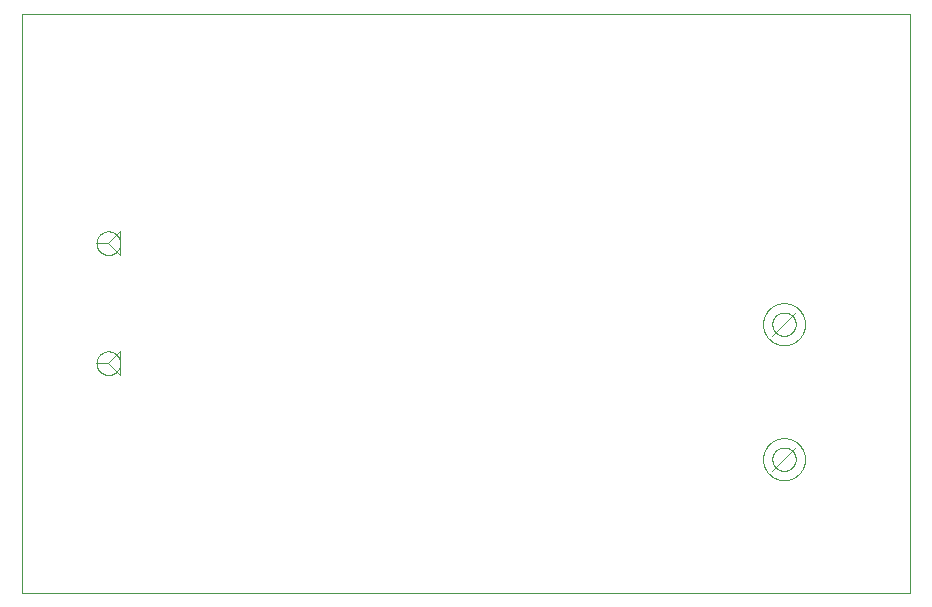
<source format=gbr>
G75*
%MOIN*%
%OFA0B0*%
%FSLAX25Y25*%
%IPPOS*%
%LPD*%
%AMOC8*
5,1,8,0,0,1.08239X$1,22.5*
%
%ADD10C,0.00000*%
%ADD11C,0.00100*%
D10*
X0084766Y0008930D02*
X0084766Y0201844D01*
X0380829Y0201844D01*
X0380829Y0008930D01*
X0084766Y0008930D01*
X0109569Y0085387D02*
X0109571Y0085512D01*
X0109577Y0085637D01*
X0109587Y0085761D01*
X0109601Y0085885D01*
X0109618Y0086009D01*
X0109640Y0086132D01*
X0109666Y0086254D01*
X0109695Y0086376D01*
X0109728Y0086496D01*
X0109766Y0086615D01*
X0109806Y0086734D01*
X0109851Y0086850D01*
X0109899Y0086965D01*
X0109951Y0087079D01*
X0110007Y0087191D01*
X0110066Y0087301D01*
X0110128Y0087409D01*
X0110194Y0087516D01*
X0110263Y0087620D01*
X0110336Y0087721D01*
X0110411Y0087821D01*
X0110490Y0087918D01*
X0110572Y0088012D01*
X0110657Y0088104D01*
X0110744Y0088193D01*
X0110835Y0088279D01*
X0110928Y0088362D01*
X0111024Y0088443D01*
X0111122Y0088520D01*
X0111222Y0088594D01*
X0111325Y0088665D01*
X0111430Y0088732D01*
X0111538Y0088797D01*
X0111647Y0088857D01*
X0111758Y0088915D01*
X0111871Y0088968D01*
X0111985Y0089018D01*
X0112101Y0089065D01*
X0112218Y0089107D01*
X0112337Y0089146D01*
X0112457Y0089182D01*
X0112578Y0089213D01*
X0112700Y0089241D01*
X0112822Y0089264D01*
X0112946Y0089284D01*
X0113070Y0089300D01*
X0113194Y0089312D01*
X0113319Y0089320D01*
X0113444Y0089324D01*
X0113568Y0089324D01*
X0113693Y0089320D01*
X0113818Y0089312D01*
X0113942Y0089300D01*
X0114066Y0089284D01*
X0114190Y0089264D01*
X0114312Y0089241D01*
X0114434Y0089213D01*
X0114555Y0089182D01*
X0114675Y0089146D01*
X0114794Y0089107D01*
X0114911Y0089065D01*
X0115027Y0089018D01*
X0115141Y0088968D01*
X0115254Y0088915D01*
X0115365Y0088857D01*
X0115475Y0088797D01*
X0115582Y0088732D01*
X0115687Y0088665D01*
X0115790Y0088594D01*
X0115890Y0088520D01*
X0115988Y0088443D01*
X0116084Y0088362D01*
X0116177Y0088279D01*
X0116268Y0088193D01*
X0116355Y0088104D01*
X0116440Y0088012D01*
X0116522Y0087918D01*
X0116601Y0087821D01*
X0116676Y0087721D01*
X0116749Y0087620D01*
X0116818Y0087516D01*
X0116884Y0087409D01*
X0116946Y0087301D01*
X0117005Y0087191D01*
X0117061Y0087079D01*
X0117113Y0086965D01*
X0117161Y0086850D01*
X0117206Y0086734D01*
X0117246Y0086615D01*
X0117284Y0086496D01*
X0117317Y0086376D01*
X0117346Y0086254D01*
X0117372Y0086132D01*
X0117394Y0086009D01*
X0117411Y0085885D01*
X0117425Y0085761D01*
X0117435Y0085637D01*
X0117441Y0085512D01*
X0117443Y0085387D01*
X0117441Y0085262D01*
X0117435Y0085137D01*
X0117425Y0085013D01*
X0117411Y0084889D01*
X0117394Y0084765D01*
X0117372Y0084642D01*
X0117346Y0084520D01*
X0117317Y0084398D01*
X0117284Y0084278D01*
X0117246Y0084159D01*
X0117206Y0084040D01*
X0117161Y0083924D01*
X0117113Y0083809D01*
X0117061Y0083695D01*
X0117005Y0083583D01*
X0116946Y0083473D01*
X0116884Y0083365D01*
X0116818Y0083258D01*
X0116749Y0083154D01*
X0116676Y0083053D01*
X0116601Y0082953D01*
X0116522Y0082856D01*
X0116440Y0082762D01*
X0116355Y0082670D01*
X0116268Y0082581D01*
X0116177Y0082495D01*
X0116084Y0082412D01*
X0115988Y0082331D01*
X0115890Y0082254D01*
X0115790Y0082180D01*
X0115687Y0082109D01*
X0115582Y0082042D01*
X0115474Y0081977D01*
X0115365Y0081917D01*
X0115254Y0081859D01*
X0115141Y0081806D01*
X0115027Y0081756D01*
X0114911Y0081709D01*
X0114794Y0081667D01*
X0114675Y0081628D01*
X0114555Y0081592D01*
X0114434Y0081561D01*
X0114312Y0081533D01*
X0114190Y0081510D01*
X0114066Y0081490D01*
X0113942Y0081474D01*
X0113818Y0081462D01*
X0113693Y0081454D01*
X0113568Y0081450D01*
X0113444Y0081450D01*
X0113319Y0081454D01*
X0113194Y0081462D01*
X0113070Y0081474D01*
X0112946Y0081490D01*
X0112822Y0081510D01*
X0112700Y0081533D01*
X0112578Y0081561D01*
X0112457Y0081592D01*
X0112337Y0081628D01*
X0112218Y0081667D01*
X0112101Y0081709D01*
X0111985Y0081756D01*
X0111871Y0081806D01*
X0111758Y0081859D01*
X0111647Y0081917D01*
X0111537Y0081977D01*
X0111430Y0082042D01*
X0111325Y0082109D01*
X0111222Y0082180D01*
X0111122Y0082254D01*
X0111024Y0082331D01*
X0110928Y0082412D01*
X0110835Y0082495D01*
X0110744Y0082581D01*
X0110657Y0082670D01*
X0110572Y0082762D01*
X0110490Y0082856D01*
X0110411Y0082953D01*
X0110336Y0083053D01*
X0110263Y0083154D01*
X0110194Y0083258D01*
X0110128Y0083365D01*
X0110066Y0083473D01*
X0110007Y0083583D01*
X0109951Y0083695D01*
X0109899Y0083809D01*
X0109851Y0083924D01*
X0109806Y0084040D01*
X0109766Y0084159D01*
X0109728Y0084278D01*
X0109695Y0084398D01*
X0109666Y0084520D01*
X0109640Y0084642D01*
X0109618Y0084765D01*
X0109601Y0084889D01*
X0109587Y0085013D01*
X0109577Y0085137D01*
X0109571Y0085262D01*
X0109569Y0085387D01*
X0109569Y0125387D02*
X0109571Y0125512D01*
X0109577Y0125637D01*
X0109587Y0125761D01*
X0109601Y0125885D01*
X0109618Y0126009D01*
X0109640Y0126132D01*
X0109666Y0126254D01*
X0109695Y0126376D01*
X0109728Y0126496D01*
X0109766Y0126615D01*
X0109806Y0126734D01*
X0109851Y0126850D01*
X0109899Y0126965D01*
X0109951Y0127079D01*
X0110007Y0127191D01*
X0110066Y0127301D01*
X0110128Y0127409D01*
X0110194Y0127516D01*
X0110263Y0127620D01*
X0110336Y0127721D01*
X0110411Y0127821D01*
X0110490Y0127918D01*
X0110572Y0128012D01*
X0110657Y0128104D01*
X0110744Y0128193D01*
X0110835Y0128279D01*
X0110928Y0128362D01*
X0111024Y0128443D01*
X0111122Y0128520D01*
X0111222Y0128594D01*
X0111325Y0128665D01*
X0111430Y0128732D01*
X0111538Y0128797D01*
X0111647Y0128857D01*
X0111758Y0128915D01*
X0111871Y0128968D01*
X0111985Y0129018D01*
X0112101Y0129065D01*
X0112218Y0129107D01*
X0112337Y0129146D01*
X0112457Y0129182D01*
X0112578Y0129213D01*
X0112700Y0129241D01*
X0112822Y0129264D01*
X0112946Y0129284D01*
X0113070Y0129300D01*
X0113194Y0129312D01*
X0113319Y0129320D01*
X0113444Y0129324D01*
X0113568Y0129324D01*
X0113693Y0129320D01*
X0113818Y0129312D01*
X0113942Y0129300D01*
X0114066Y0129284D01*
X0114190Y0129264D01*
X0114312Y0129241D01*
X0114434Y0129213D01*
X0114555Y0129182D01*
X0114675Y0129146D01*
X0114794Y0129107D01*
X0114911Y0129065D01*
X0115027Y0129018D01*
X0115141Y0128968D01*
X0115254Y0128915D01*
X0115365Y0128857D01*
X0115475Y0128797D01*
X0115582Y0128732D01*
X0115687Y0128665D01*
X0115790Y0128594D01*
X0115890Y0128520D01*
X0115988Y0128443D01*
X0116084Y0128362D01*
X0116177Y0128279D01*
X0116268Y0128193D01*
X0116355Y0128104D01*
X0116440Y0128012D01*
X0116522Y0127918D01*
X0116601Y0127821D01*
X0116676Y0127721D01*
X0116749Y0127620D01*
X0116818Y0127516D01*
X0116884Y0127409D01*
X0116946Y0127301D01*
X0117005Y0127191D01*
X0117061Y0127079D01*
X0117113Y0126965D01*
X0117161Y0126850D01*
X0117206Y0126734D01*
X0117246Y0126615D01*
X0117284Y0126496D01*
X0117317Y0126376D01*
X0117346Y0126254D01*
X0117372Y0126132D01*
X0117394Y0126009D01*
X0117411Y0125885D01*
X0117425Y0125761D01*
X0117435Y0125637D01*
X0117441Y0125512D01*
X0117443Y0125387D01*
X0117441Y0125262D01*
X0117435Y0125137D01*
X0117425Y0125013D01*
X0117411Y0124889D01*
X0117394Y0124765D01*
X0117372Y0124642D01*
X0117346Y0124520D01*
X0117317Y0124398D01*
X0117284Y0124278D01*
X0117246Y0124159D01*
X0117206Y0124040D01*
X0117161Y0123924D01*
X0117113Y0123809D01*
X0117061Y0123695D01*
X0117005Y0123583D01*
X0116946Y0123473D01*
X0116884Y0123365D01*
X0116818Y0123258D01*
X0116749Y0123154D01*
X0116676Y0123053D01*
X0116601Y0122953D01*
X0116522Y0122856D01*
X0116440Y0122762D01*
X0116355Y0122670D01*
X0116268Y0122581D01*
X0116177Y0122495D01*
X0116084Y0122412D01*
X0115988Y0122331D01*
X0115890Y0122254D01*
X0115790Y0122180D01*
X0115687Y0122109D01*
X0115582Y0122042D01*
X0115474Y0121977D01*
X0115365Y0121917D01*
X0115254Y0121859D01*
X0115141Y0121806D01*
X0115027Y0121756D01*
X0114911Y0121709D01*
X0114794Y0121667D01*
X0114675Y0121628D01*
X0114555Y0121592D01*
X0114434Y0121561D01*
X0114312Y0121533D01*
X0114190Y0121510D01*
X0114066Y0121490D01*
X0113942Y0121474D01*
X0113818Y0121462D01*
X0113693Y0121454D01*
X0113568Y0121450D01*
X0113444Y0121450D01*
X0113319Y0121454D01*
X0113194Y0121462D01*
X0113070Y0121474D01*
X0112946Y0121490D01*
X0112822Y0121510D01*
X0112700Y0121533D01*
X0112578Y0121561D01*
X0112457Y0121592D01*
X0112337Y0121628D01*
X0112218Y0121667D01*
X0112101Y0121709D01*
X0111985Y0121756D01*
X0111871Y0121806D01*
X0111758Y0121859D01*
X0111647Y0121917D01*
X0111537Y0121977D01*
X0111430Y0122042D01*
X0111325Y0122109D01*
X0111222Y0122180D01*
X0111122Y0122254D01*
X0111024Y0122331D01*
X0110928Y0122412D01*
X0110835Y0122495D01*
X0110744Y0122581D01*
X0110657Y0122670D01*
X0110572Y0122762D01*
X0110490Y0122856D01*
X0110411Y0122953D01*
X0110336Y0123053D01*
X0110263Y0123154D01*
X0110194Y0123258D01*
X0110128Y0123365D01*
X0110066Y0123473D01*
X0110007Y0123583D01*
X0109951Y0123695D01*
X0109899Y0123809D01*
X0109851Y0123924D01*
X0109806Y0124040D01*
X0109766Y0124159D01*
X0109728Y0124278D01*
X0109695Y0124398D01*
X0109666Y0124520D01*
X0109640Y0124642D01*
X0109618Y0124765D01*
X0109601Y0124889D01*
X0109587Y0125013D01*
X0109577Y0125137D01*
X0109571Y0125262D01*
X0109569Y0125387D01*
X0331703Y0098360D02*
X0331705Y0098532D01*
X0331711Y0098703D01*
X0331722Y0098875D01*
X0331737Y0099046D01*
X0331756Y0099217D01*
X0331779Y0099387D01*
X0331806Y0099557D01*
X0331838Y0099726D01*
X0331873Y0099894D01*
X0331913Y0100061D01*
X0331957Y0100227D01*
X0332004Y0100392D01*
X0332056Y0100556D01*
X0332112Y0100718D01*
X0332172Y0100879D01*
X0332236Y0101039D01*
X0332304Y0101197D01*
X0332375Y0101353D01*
X0332450Y0101507D01*
X0332530Y0101660D01*
X0332612Y0101810D01*
X0332699Y0101959D01*
X0332789Y0102105D01*
X0332883Y0102249D01*
X0332980Y0102391D01*
X0333081Y0102530D01*
X0333185Y0102667D01*
X0333292Y0102801D01*
X0333403Y0102932D01*
X0333516Y0103061D01*
X0333633Y0103187D01*
X0333753Y0103310D01*
X0333876Y0103430D01*
X0334002Y0103547D01*
X0334131Y0103660D01*
X0334262Y0103771D01*
X0334396Y0103878D01*
X0334533Y0103982D01*
X0334672Y0104083D01*
X0334814Y0104180D01*
X0334958Y0104274D01*
X0335104Y0104364D01*
X0335253Y0104451D01*
X0335403Y0104533D01*
X0335556Y0104613D01*
X0335710Y0104688D01*
X0335866Y0104759D01*
X0336024Y0104827D01*
X0336184Y0104891D01*
X0336345Y0104951D01*
X0336507Y0105007D01*
X0336671Y0105059D01*
X0336836Y0105106D01*
X0337002Y0105150D01*
X0337169Y0105190D01*
X0337337Y0105225D01*
X0337506Y0105257D01*
X0337676Y0105284D01*
X0337846Y0105307D01*
X0338017Y0105326D01*
X0338188Y0105341D01*
X0338360Y0105352D01*
X0338531Y0105358D01*
X0338703Y0105360D01*
X0338875Y0105358D01*
X0339046Y0105352D01*
X0339218Y0105341D01*
X0339389Y0105326D01*
X0339560Y0105307D01*
X0339730Y0105284D01*
X0339900Y0105257D01*
X0340069Y0105225D01*
X0340237Y0105190D01*
X0340404Y0105150D01*
X0340570Y0105106D01*
X0340735Y0105059D01*
X0340899Y0105007D01*
X0341061Y0104951D01*
X0341222Y0104891D01*
X0341382Y0104827D01*
X0341540Y0104759D01*
X0341696Y0104688D01*
X0341850Y0104613D01*
X0342003Y0104533D01*
X0342153Y0104451D01*
X0342302Y0104364D01*
X0342448Y0104274D01*
X0342592Y0104180D01*
X0342734Y0104083D01*
X0342873Y0103982D01*
X0343010Y0103878D01*
X0343144Y0103771D01*
X0343275Y0103660D01*
X0343404Y0103547D01*
X0343530Y0103430D01*
X0343653Y0103310D01*
X0343773Y0103187D01*
X0343890Y0103061D01*
X0344003Y0102932D01*
X0344114Y0102801D01*
X0344221Y0102667D01*
X0344325Y0102530D01*
X0344426Y0102391D01*
X0344523Y0102249D01*
X0344617Y0102105D01*
X0344707Y0101959D01*
X0344794Y0101810D01*
X0344876Y0101660D01*
X0344956Y0101507D01*
X0345031Y0101353D01*
X0345102Y0101197D01*
X0345170Y0101039D01*
X0345234Y0100879D01*
X0345294Y0100718D01*
X0345350Y0100556D01*
X0345402Y0100392D01*
X0345449Y0100227D01*
X0345493Y0100061D01*
X0345533Y0099894D01*
X0345568Y0099726D01*
X0345600Y0099557D01*
X0345627Y0099387D01*
X0345650Y0099217D01*
X0345669Y0099046D01*
X0345684Y0098875D01*
X0345695Y0098703D01*
X0345701Y0098532D01*
X0345703Y0098360D01*
X0345701Y0098188D01*
X0345695Y0098017D01*
X0345684Y0097845D01*
X0345669Y0097674D01*
X0345650Y0097503D01*
X0345627Y0097333D01*
X0345600Y0097163D01*
X0345568Y0096994D01*
X0345533Y0096826D01*
X0345493Y0096659D01*
X0345449Y0096493D01*
X0345402Y0096328D01*
X0345350Y0096164D01*
X0345294Y0096002D01*
X0345234Y0095841D01*
X0345170Y0095681D01*
X0345102Y0095523D01*
X0345031Y0095367D01*
X0344956Y0095213D01*
X0344876Y0095060D01*
X0344794Y0094910D01*
X0344707Y0094761D01*
X0344617Y0094615D01*
X0344523Y0094471D01*
X0344426Y0094329D01*
X0344325Y0094190D01*
X0344221Y0094053D01*
X0344114Y0093919D01*
X0344003Y0093788D01*
X0343890Y0093659D01*
X0343773Y0093533D01*
X0343653Y0093410D01*
X0343530Y0093290D01*
X0343404Y0093173D01*
X0343275Y0093060D01*
X0343144Y0092949D01*
X0343010Y0092842D01*
X0342873Y0092738D01*
X0342734Y0092637D01*
X0342592Y0092540D01*
X0342448Y0092446D01*
X0342302Y0092356D01*
X0342153Y0092269D01*
X0342003Y0092187D01*
X0341850Y0092107D01*
X0341696Y0092032D01*
X0341540Y0091961D01*
X0341382Y0091893D01*
X0341222Y0091829D01*
X0341061Y0091769D01*
X0340899Y0091713D01*
X0340735Y0091661D01*
X0340570Y0091614D01*
X0340404Y0091570D01*
X0340237Y0091530D01*
X0340069Y0091495D01*
X0339900Y0091463D01*
X0339730Y0091436D01*
X0339560Y0091413D01*
X0339389Y0091394D01*
X0339218Y0091379D01*
X0339046Y0091368D01*
X0338875Y0091362D01*
X0338703Y0091360D01*
X0338531Y0091362D01*
X0338360Y0091368D01*
X0338188Y0091379D01*
X0338017Y0091394D01*
X0337846Y0091413D01*
X0337676Y0091436D01*
X0337506Y0091463D01*
X0337337Y0091495D01*
X0337169Y0091530D01*
X0337002Y0091570D01*
X0336836Y0091614D01*
X0336671Y0091661D01*
X0336507Y0091713D01*
X0336345Y0091769D01*
X0336184Y0091829D01*
X0336024Y0091893D01*
X0335866Y0091961D01*
X0335710Y0092032D01*
X0335556Y0092107D01*
X0335403Y0092187D01*
X0335253Y0092269D01*
X0335104Y0092356D01*
X0334958Y0092446D01*
X0334814Y0092540D01*
X0334672Y0092637D01*
X0334533Y0092738D01*
X0334396Y0092842D01*
X0334262Y0092949D01*
X0334131Y0093060D01*
X0334002Y0093173D01*
X0333876Y0093290D01*
X0333753Y0093410D01*
X0333633Y0093533D01*
X0333516Y0093659D01*
X0333403Y0093788D01*
X0333292Y0093919D01*
X0333185Y0094053D01*
X0333081Y0094190D01*
X0332980Y0094329D01*
X0332883Y0094471D01*
X0332789Y0094615D01*
X0332699Y0094761D01*
X0332612Y0094910D01*
X0332530Y0095060D01*
X0332450Y0095213D01*
X0332375Y0095367D01*
X0332304Y0095523D01*
X0332236Y0095681D01*
X0332172Y0095841D01*
X0332112Y0096002D01*
X0332056Y0096164D01*
X0332004Y0096328D01*
X0331957Y0096493D01*
X0331913Y0096659D01*
X0331873Y0096826D01*
X0331838Y0096994D01*
X0331806Y0097163D01*
X0331779Y0097333D01*
X0331756Y0097503D01*
X0331737Y0097674D01*
X0331722Y0097845D01*
X0331711Y0098017D01*
X0331705Y0098188D01*
X0331703Y0098360D01*
X0331703Y0053360D02*
X0331705Y0053532D01*
X0331711Y0053703D01*
X0331722Y0053875D01*
X0331737Y0054046D01*
X0331756Y0054217D01*
X0331779Y0054387D01*
X0331806Y0054557D01*
X0331838Y0054726D01*
X0331873Y0054894D01*
X0331913Y0055061D01*
X0331957Y0055227D01*
X0332004Y0055392D01*
X0332056Y0055556D01*
X0332112Y0055718D01*
X0332172Y0055879D01*
X0332236Y0056039D01*
X0332304Y0056197D01*
X0332375Y0056353D01*
X0332450Y0056507D01*
X0332530Y0056660D01*
X0332612Y0056810D01*
X0332699Y0056959D01*
X0332789Y0057105D01*
X0332883Y0057249D01*
X0332980Y0057391D01*
X0333081Y0057530D01*
X0333185Y0057667D01*
X0333292Y0057801D01*
X0333403Y0057932D01*
X0333516Y0058061D01*
X0333633Y0058187D01*
X0333753Y0058310D01*
X0333876Y0058430D01*
X0334002Y0058547D01*
X0334131Y0058660D01*
X0334262Y0058771D01*
X0334396Y0058878D01*
X0334533Y0058982D01*
X0334672Y0059083D01*
X0334814Y0059180D01*
X0334958Y0059274D01*
X0335104Y0059364D01*
X0335253Y0059451D01*
X0335403Y0059533D01*
X0335556Y0059613D01*
X0335710Y0059688D01*
X0335866Y0059759D01*
X0336024Y0059827D01*
X0336184Y0059891D01*
X0336345Y0059951D01*
X0336507Y0060007D01*
X0336671Y0060059D01*
X0336836Y0060106D01*
X0337002Y0060150D01*
X0337169Y0060190D01*
X0337337Y0060225D01*
X0337506Y0060257D01*
X0337676Y0060284D01*
X0337846Y0060307D01*
X0338017Y0060326D01*
X0338188Y0060341D01*
X0338360Y0060352D01*
X0338531Y0060358D01*
X0338703Y0060360D01*
X0338875Y0060358D01*
X0339046Y0060352D01*
X0339218Y0060341D01*
X0339389Y0060326D01*
X0339560Y0060307D01*
X0339730Y0060284D01*
X0339900Y0060257D01*
X0340069Y0060225D01*
X0340237Y0060190D01*
X0340404Y0060150D01*
X0340570Y0060106D01*
X0340735Y0060059D01*
X0340899Y0060007D01*
X0341061Y0059951D01*
X0341222Y0059891D01*
X0341382Y0059827D01*
X0341540Y0059759D01*
X0341696Y0059688D01*
X0341850Y0059613D01*
X0342003Y0059533D01*
X0342153Y0059451D01*
X0342302Y0059364D01*
X0342448Y0059274D01*
X0342592Y0059180D01*
X0342734Y0059083D01*
X0342873Y0058982D01*
X0343010Y0058878D01*
X0343144Y0058771D01*
X0343275Y0058660D01*
X0343404Y0058547D01*
X0343530Y0058430D01*
X0343653Y0058310D01*
X0343773Y0058187D01*
X0343890Y0058061D01*
X0344003Y0057932D01*
X0344114Y0057801D01*
X0344221Y0057667D01*
X0344325Y0057530D01*
X0344426Y0057391D01*
X0344523Y0057249D01*
X0344617Y0057105D01*
X0344707Y0056959D01*
X0344794Y0056810D01*
X0344876Y0056660D01*
X0344956Y0056507D01*
X0345031Y0056353D01*
X0345102Y0056197D01*
X0345170Y0056039D01*
X0345234Y0055879D01*
X0345294Y0055718D01*
X0345350Y0055556D01*
X0345402Y0055392D01*
X0345449Y0055227D01*
X0345493Y0055061D01*
X0345533Y0054894D01*
X0345568Y0054726D01*
X0345600Y0054557D01*
X0345627Y0054387D01*
X0345650Y0054217D01*
X0345669Y0054046D01*
X0345684Y0053875D01*
X0345695Y0053703D01*
X0345701Y0053532D01*
X0345703Y0053360D01*
X0345701Y0053188D01*
X0345695Y0053017D01*
X0345684Y0052845D01*
X0345669Y0052674D01*
X0345650Y0052503D01*
X0345627Y0052333D01*
X0345600Y0052163D01*
X0345568Y0051994D01*
X0345533Y0051826D01*
X0345493Y0051659D01*
X0345449Y0051493D01*
X0345402Y0051328D01*
X0345350Y0051164D01*
X0345294Y0051002D01*
X0345234Y0050841D01*
X0345170Y0050681D01*
X0345102Y0050523D01*
X0345031Y0050367D01*
X0344956Y0050213D01*
X0344876Y0050060D01*
X0344794Y0049910D01*
X0344707Y0049761D01*
X0344617Y0049615D01*
X0344523Y0049471D01*
X0344426Y0049329D01*
X0344325Y0049190D01*
X0344221Y0049053D01*
X0344114Y0048919D01*
X0344003Y0048788D01*
X0343890Y0048659D01*
X0343773Y0048533D01*
X0343653Y0048410D01*
X0343530Y0048290D01*
X0343404Y0048173D01*
X0343275Y0048060D01*
X0343144Y0047949D01*
X0343010Y0047842D01*
X0342873Y0047738D01*
X0342734Y0047637D01*
X0342592Y0047540D01*
X0342448Y0047446D01*
X0342302Y0047356D01*
X0342153Y0047269D01*
X0342003Y0047187D01*
X0341850Y0047107D01*
X0341696Y0047032D01*
X0341540Y0046961D01*
X0341382Y0046893D01*
X0341222Y0046829D01*
X0341061Y0046769D01*
X0340899Y0046713D01*
X0340735Y0046661D01*
X0340570Y0046614D01*
X0340404Y0046570D01*
X0340237Y0046530D01*
X0340069Y0046495D01*
X0339900Y0046463D01*
X0339730Y0046436D01*
X0339560Y0046413D01*
X0339389Y0046394D01*
X0339218Y0046379D01*
X0339046Y0046368D01*
X0338875Y0046362D01*
X0338703Y0046360D01*
X0338531Y0046362D01*
X0338360Y0046368D01*
X0338188Y0046379D01*
X0338017Y0046394D01*
X0337846Y0046413D01*
X0337676Y0046436D01*
X0337506Y0046463D01*
X0337337Y0046495D01*
X0337169Y0046530D01*
X0337002Y0046570D01*
X0336836Y0046614D01*
X0336671Y0046661D01*
X0336507Y0046713D01*
X0336345Y0046769D01*
X0336184Y0046829D01*
X0336024Y0046893D01*
X0335866Y0046961D01*
X0335710Y0047032D01*
X0335556Y0047107D01*
X0335403Y0047187D01*
X0335253Y0047269D01*
X0335104Y0047356D01*
X0334958Y0047446D01*
X0334814Y0047540D01*
X0334672Y0047637D01*
X0334533Y0047738D01*
X0334396Y0047842D01*
X0334262Y0047949D01*
X0334131Y0048060D01*
X0334002Y0048173D01*
X0333876Y0048290D01*
X0333753Y0048410D01*
X0333633Y0048533D01*
X0333516Y0048659D01*
X0333403Y0048788D01*
X0333292Y0048919D01*
X0333185Y0049053D01*
X0333081Y0049190D01*
X0332980Y0049329D01*
X0332883Y0049471D01*
X0332789Y0049615D01*
X0332699Y0049761D01*
X0332612Y0049910D01*
X0332530Y0050060D01*
X0332450Y0050213D01*
X0332375Y0050367D01*
X0332304Y0050523D01*
X0332236Y0050681D01*
X0332172Y0050841D01*
X0332112Y0051002D01*
X0332056Y0051164D01*
X0332004Y0051328D01*
X0331957Y0051493D01*
X0331913Y0051659D01*
X0331873Y0051826D01*
X0331838Y0051994D01*
X0331806Y0052163D01*
X0331779Y0052333D01*
X0331756Y0052503D01*
X0331737Y0052674D01*
X0331722Y0052845D01*
X0331711Y0053017D01*
X0331705Y0053188D01*
X0331703Y0053360D01*
D11*
X0334803Y0053360D02*
X0334805Y0053484D01*
X0334811Y0053609D01*
X0334821Y0053733D01*
X0334835Y0053856D01*
X0334852Y0053979D01*
X0334874Y0054102D01*
X0334900Y0054224D01*
X0334929Y0054344D01*
X0334963Y0054464D01*
X0335000Y0054583D01*
X0335041Y0054700D01*
X0335085Y0054816D01*
X0335133Y0054931D01*
X0335185Y0055044D01*
X0335241Y0055155D01*
X0335300Y0055265D01*
X0335362Y0055372D01*
X0335428Y0055478D01*
X0335497Y0055581D01*
X0335570Y0055682D01*
X0335646Y0055781D01*
X0335724Y0055877D01*
X0335806Y0055971D01*
X0335891Y0056062D01*
X0335978Y0056151D01*
X0336069Y0056236D01*
X0336162Y0056319D01*
X0336258Y0056398D01*
X0336356Y0056474D01*
X0336456Y0056548D01*
X0336559Y0056618D01*
X0336664Y0056684D01*
X0336771Y0056748D01*
X0336880Y0056808D01*
X0336991Y0056864D01*
X0337103Y0056917D01*
X0337218Y0056966D01*
X0337333Y0057012D01*
X0337451Y0057053D01*
X0337569Y0057092D01*
X0337689Y0057126D01*
X0337809Y0057156D01*
X0337931Y0057183D01*
X0338053Y0057205D01*
X0338176Y0057224D01*
X0338299Y0057239D01*
X0338423Y0057250D01*
X0338548Y0057257D01*
X0338672Y0057260D01*
X0338796Y0057259D01*
X0338921Y0057254D01*
X0339045Y0057245D01*
X0339168Y0057232D01*
X0339292Y0057215D01*
X0339414Y0057195D01*
X0339536Y0057170D01*
X0339657Y0057141D01*
X0339777Y0057109D01*
X0339896Y0057073D01*
X0340014Y0057033D01*
X0340131Y0056989D01*
X0340246Y0056942D01*
X0340359Y0056891D01*
X0340471Y0056836D01*
X0340581Y0056778D01*
X0340689Y0056717D01*
X0340795Y0056652D01*
X0340899Y0056583D01*
X0341000Y0056512D01*
X0341100Y0056437D01*
X0341197Y0056359D01*
X0341291Y0056278D01*
X0341383Y0056194D01*
X0341472Y0056107D01*
X0341558Y0056017D01*
X0341641Y0055925D01*
X0341721Y0055830D01*
X0341799Y0055732D01*
X0341873Y0055632D01*
X0341944Y0055530D01*
X0342011Y0055426D01*
X0342075Y0055319D01*
X0342136Y0055210D01*
X0342193Y0055100D01*
X0342247Y0054988D01*
X0342297Y0054874D01*
X0342344Y0054759D01*
X0342386Y0054642D01*
X0342425Y0054524D01*
X0342461Y0054404D01*
X0342492Y0054284D01*
X0342519Y0054163D01*
X0342543Y0054041D01*
X0342563Y0053918D01*
X0342579Y0053794D01*
X0342591Y0053671D01*
X0342599Y0053547D01*
X0342603Y0053422D01*
X0342603Y0053298D01*
X0342599Y0053173D01*
X0342591Y0053049D01*
X0342579Y0052926D01*
X0342563Y0052802D01*
X0342543Y0052679D01*
X0342519Y0052557D01*
X0342492Y0052436D01*
X0342461Y0052316D01*
X0342425Y0052196D01*
X0342386Y0052078D01*
X0342344Y0051961D01*
X0342297Y0051846D01*
X0342247Y0051732D01*
X0342193Y0051620D01*
X0342136Y0051510D01*
X0342075Y0051401D01*
X0342011Y0051294D01*
X0341944Y0051190D01*
X0341873Y0051088D01*
X0341799Y0050988D01*
X0341721Y0050890D01*
X0341641Y0050795D01*
X0341558Y0050703D01*
X0341472Y0050613D01*
X0341383Y0050526D01*
X0341291Y0050442D01*
X0341197Y0050361D01*
X0341100Y0050283D01*
X0341000Y0050208D01*
X0340899Y0050137D01*
X0340795Y0050068D01*
X0340689Y0050003D01*
X0340581Y0049942D01*
X0340471Y0049884D01*
X0340359Y0049829D01*
X0340246Y0049778D01*
X0340131Y0049731D01*
X0340014Y0049687D01*
X0339896Y0049647D01*
X0339777Y0049611D01*
X0339657Y0049579D01*
X0339536Y0049550D01*
X0339414Y0049525D01*
X0339292Y0049505D01*
X0339168Y0049488D01*
X0339045Y0049475D01*
X0338921Y0049466D01*
X0338796Y0049461D01*
X0338672Y0049460D01*
X0338548Y0049463D01*
X0338423Y0049470D01*
X0338299Y0049481D01*
X0338176Y0049496D01*
X0338053Y0049515D01*
X0337931Y0049537D01*
X0337809Y0049564D01*
X0337689Y0049594D01*
X0337569Y0049628D01*
X0337451Y0049667D01*
X0337333Y0049708D01*
X0337218Y0049754D01*
X0337103Y0049803D01*
X0336991Y0049856D01*
X0336880Y0049912D01*
X0336771Y0049972D01*
X0336664Y0050036D01*
X0336559Y0050102D01*
X0336456Y0050172D01*
X0336356Y0050246D01*
X0336258Y0050322D01*
X0336162Y0050401D01*
X0336069Y0050484D01*
X0335978Y0050569D01*
X0335891Y0050658D01*
X0335806Y0050749D01*
X0335724Y0050843D01*
X0335646Y0050939D01*
X0335570Y0051038D01*
X0335497Y0051139D01*
X0335428Y0051242D01*
X0335362Y0051348D01*
X0335300Y0051455D01*
X0335241Y0051565D01*
X0335185Y0051676D01*
X0335133Y0051789D01*
X0335085Y0051904D01*
X0335041Y0052020D01*
X0335000Y0052137D01*
X0334963Y0052256D01*
X0334929Y0052376D01*
X0334900Y0052496D01*
X0334874Y0052618D01*
X0334852Y0052741D01*
X0334835Y0052864D01*
X0334821Y0052987D01*
X0334811Y0053111D01*
X0334805Y0053236D01*
X0334803Y0053360D01*
X0334703Y0049360D02*
X0342703Y0057360D01*
X0334803Y0098360D02*
X0334805Y0098484D01*
X0334811Y0098609D01*
X0334821Y0098733D01*
X0334835Y0098856D01*
X0334852Y0098979D01*
X0334874Y0099102D01*
X0334900Y0099224D01*
X0334929Y0099344D01*
X0334963Y0099464D01*
X0335000Y0099583D01*
X0335041Y0099700D01*
X0335085Y0099816D01*
X0335133Y0099931D01*
X0335185Y0100044D01*
X0335241Y0100155D01*
X0335300Y0100265D01*
X0335362Y0100372D01*
X0335428Y0100478D01*
X0335497Y0100581D01*
X0335570Y0100682D01*
X0335646Y0100781D01*
X0335724Y0100877D01*
X0335806Y0100971D01*
X0335891Y0101062D01*
X0335978Y0101151D01*
X0336069Y0101236D01*
X0336162Y0101319D01*
X0336258Y0101398D01*
X0336356Y0101474D01*
X0336456Y0101548D01*
X0336559Y0101618D01*
X0336664Y0101684D01*
X0336771Y0101748D01*
X0336880Y0101808D01*
X0336991Y0101864D01*
X0337103Y0101917D01*
X0337218Y0101966D01*
X0337333Y0102012D01*
X0337451Y0102053D01*
X0337569Y0102092D01*
X0337689Y0102126D01*
X0337809Y0102156D01*
X0337931Y0102183D01*
X0338053Y0102205D01*
X0338176Y0102224D01*
X0338299Y0102239D01*
X0338423Y0102250D01*
X0338548Y0102257D01*
X0338672Y0102260D01*
X0338796Y0102259D01*
X0338921Y0102254D01*
X0339045Y0102245D01*
X0339168Y0102232D01*
X0339292Y0102215D01*
X0339414Y0102195D01*
X0339536Y0102170D01*
X0339657Y0102141D01*
X0339777Y0102109D01*
X0339896Y0102073D01*
X0340014Y0102033D01*
X0340131Y0101989D01*
X0340246Y0101942D01*
X0340359Y0101891D01*
X0340471Y0101836D01*
X0340581Y0101778D01*
X0340689Y0101717D01*
X0340795Y0101652D01*
X0340899Y0101583D01*
X0341000Y0101512D01*
X0341100Y0101437D01*
X0341197Y0101359D01*
X0341291Y0101278D01*
X0341383Y0101194D01*
X0341472Y0101107D01*
X0341558Y0101017D01*
X0341641Y0100925D01*
X0341721Y0100830D01*
X0341799Y0100732D01*
X0341873Y0100632D01*
X0341944Y0100530D01*
X0342011Y0100426D01*
X0342075Y0100319D01*
X0342136Y0100210D01*
X0342193Y0100100D01*
X0342247Y0099988D01*
X0342297Y0099874D01*
X0342344Y0099759D01*
X0342386Y0099642D01*
X0342425Y0099524D01*
X0342461Y0099404D01*
X0342492Y0099284D01*
X0342519Y0099163D01*
X0342543Y0099041D01*
X0342563Y0098918D01*
X0342579Y0098794D01*
X0342591Y0098671D01*
X0342599Y0098547D01*
X0342603Y0098422D01*
X0342603Y0098298D01*
X0342599Y0098173D01*
X0342591Y0098049D01*
X0342579Y0097926D01*
X0342563Y0097802D01*
X0342543Y0097679D01*
X0342519Y0097557D01*
X0342492Y0097436D01*
X0342461Y0097316D01*
X0342425Y0097196D01*
X0342386Y0097078D01*
X0342344Y0096961D01*
X0342297Y0096846D01*
X0342247Y0096732D01*
X0342193Y0096620D01*
X0342136Y0096510D01*
X0342075Y0096401D01*
X0342011Y0096294D01*
X0341944Y0096190D01*
X0341873Y0096088D01*
X0341799Y0095988D01*
X0341721Y0095890D01*
X0341641Y0095795D01*
X0341558Y0095703D01*
X0341472Y0095613D01*
X0341383Y0095526D01*
X0341291Y0095442D01*
X0341197Y0095361D01*
X0341100Y0095283D01*
X0341000Y0095208D01*
X0340899Y0095137D01*
X0340795Y0095068D01*
X0340689Y0095003D01*
X0340581Y0094942D01*
X0340471Y0094884D01*
X0340359Y0094829D01*
X0340246Y0094778D01*
X0340131Y0094731D01*
X0340014Y0094687D01*
X0339896Y0094647D01*
X0339777Y0094611D01*
X0339657Y0094579D01*
X0339536Y0094550D01*
X0339414Y0094525D01*
X0339292Y0094505D01*
X0339168Y0094488D01*
X0339045Y0094475D01*
X0338921Y0094466D01*
X0338796Y0094461D01*
X0338672Y0094460D01*
X0338548Y0094463D01*
X0338423Y0094470D01*
X0338299Y0094481D01*
X0338176Y0094496D01*
X0338053Y0094515D01*
X0337931Y0094537D01*
X0337809Y0094564D01*
X0337689Y0094594D01*
X0337569Y0094628D01*
X0337451Y0094667D01*
X0337333Y0094708D01*
X0337218Y0094754D01*
X0337103Y0094803D01*
X0336991Y0094856D01*
X0336880Y0094912D01*
X0336771Y0094972D01*
X0336664Y0095036D01*
X0336559Y0095102D01*
X0336456Y0095172D01*
X0336356Y0095246D01*
X0336258Y0095322D01*
X0336162Y0095401D01*
X0336069Y0095484D01*
X0335978Y0095569D01*
X0335891Y0095658D01*
X0335806Y0095749D01*
X0335724Y0095843D01*
X0335646Y0095939D01*
X0335570Y0096038D01*
X0335497Y0096139D01*
X0335428Y0096242D01*
X0335362Y0096348D01*
X0335300Y0096455D01*
X0335241Y0096565D01*
X0335185Y0096676D01*
X0335133Y0096789D01*
X0335085Y0096904D01*
X0335041Y0097020D01*
X0335000Y0097137D01*
X0334963Y0097256D01*
X0334929Y0097376D01*
X0334900Y0097496D01*
X0334874Y0097618D01*
X0334852Y0097741D01*
X0334835Y0097864D01*
X0334821Y0097987D01*
X0334811Y0098111D01*
X0334805Y0098236D01*
X0334803Y0098360D01*
X0334703Y0094360D02*
X0342703Y0102360D01*
X0113506Y0085387D02*
X0109506Y0085387D01*
X0113506Y0085387D02*
X0117506Y0089387D01*
X0117506Y0081387D01*
X0113506Y0085387D01*
X0113506Y0125387D02*
X0109506Y0125387D01*
X0113506Y0125387D02*
X0117506Y0129387D01*
X0117506Y0121387D01*
X0113506Y0125387D01*
M02*

</source>
